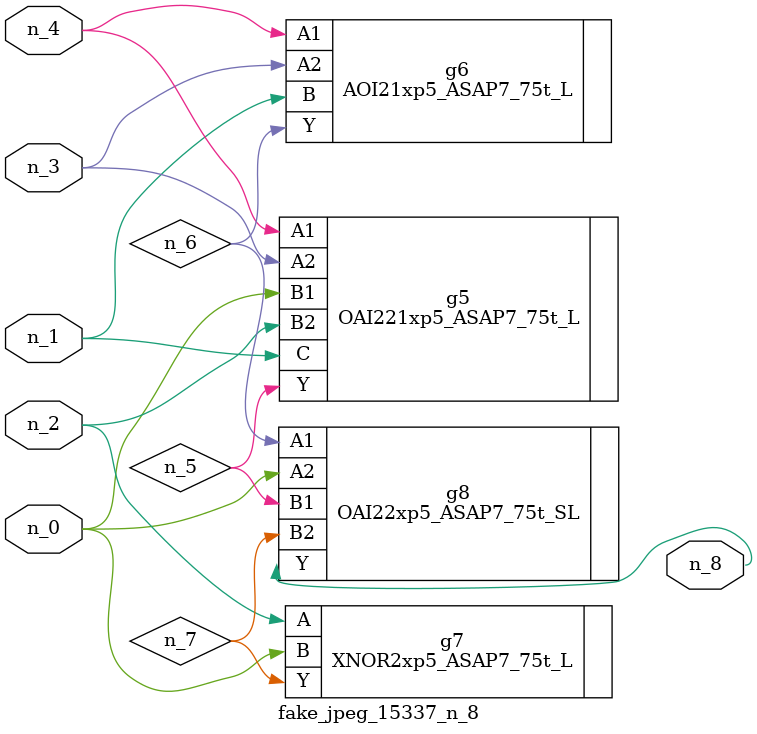
<source format=v>
module fake_jpeg_15337_n_8 (n_3, n_2, n_1, n_0, n_4, n_8);

input n_3;
input n_2;
input n_1;
input n_0;
input n_4;

output n_8;

wire n_6;
wire n_5;
wire n_7;

OAI221xp5_ASAP7_75t_L g5 ( 
.A1(n_4),
.A2(n_3),
.B1(n_0),
.B2(n_2),
.C(n_1),
.Y(n_5)
);

AOI21xp5_ASAP7_75t_L g6 ( 
.A1(n_4),
.A2(n_3),
.B(n_1),
.Y(n_6)
);

XNOR2xp5_ASAP7_75t_L g7 ( 
.A(n_2),
.B(n_0),
.Y(n_7)
);

OAI22xp5_ASAP7_75t_SL g8 ( 
.A1(n_6),
.A2(n_0),
.B1(n_5),
.B2(n_7),
.Y(n_8)
);


endmodule
</source>
